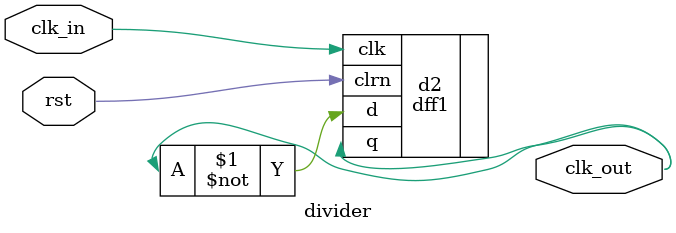
<source format=v>
`timescale 1ns / 1ps


module divider(
    input clk_in,
    input rst,
    output  clk_out
    );
   /* parameter n=2;
    integer count1=0;
    integer count2=0;
 //   reg T_CLK=1;
    always@(posedge clk_in)
    begin
        if(count1<n)
  //   if(count1==0)
        begin
            count1=count1+1;
            clk_out<=0;
        end
    //    else if(count1==1)
        else if(count1>=n&&count1<2*n-1)
        begin
            count1=count1+1;
            clk_out<=1; 
        end
       else
           count1<=0;
    end*/
    wire q1;
   // dff1 d1(.d(~q1),.clk(clk_in),.clrn(rst),.q(q1));
    dff1 d2(.d(~clk_out),.clk(clk_in),.clrn(rst),.q(clk_out));
endmodule
</source>
